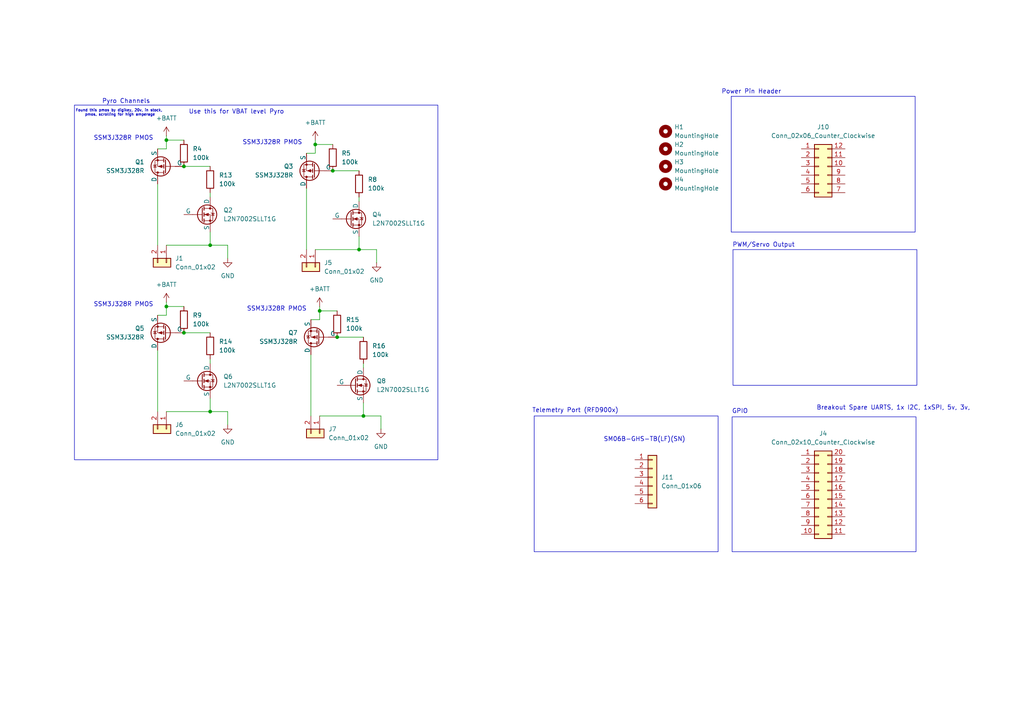
<source format=kicad_sch>
(kicad_sch (version 20231120) (generator "eeschema") (generator_version "8.0")
  (paper "A4")
  (lib_symbols
    (symbol "Connector_Generic:Conn_01x02" (pin_names (offset 1.016) hide)
      (property "Reference" "J" (at 0 2.54 0))
      (property "Value" "Conn_01x02" (at 0 -5.08 0))
      (symbol "Conn_01x02_1_1"
        (rectangle (start -1.27 -2.413) (end 0 -2.667) (stroke (width 0.1524)))
        (rectangle (start -1.27 0.127) (end 0 -0.127) (stroke (width 0.1524)))
        (rectangle (start -1.27 1.27) (end 1.27 -3.81) (stroke (width 0.254)) (fill (type background)))
        (pin passive line (at -5.08 0 0) (length 3.81) (name "Pin_1") (number "1"))
        (pin passive line (at -5.08 -2.54 0) (length 3.81) (name "Pin_2") (number "2"))
      )
    )
    (symbol "Connector_Generic:Conn_01x06" (pin_names (offset 1.016) hide)
      (property "Reference" "J" (at 0 7.62 0))
      (property "Value" "Conn_01x06" (at 0 -10.16 0))
      (symbol "Conn_01x06_1_1"
        (rectangle (start -1.27 -7.493) (end 0 -7.747) (stroke (width 0.1524)))
        (rectangle (start -1.27 -4.953) (end 0 -5.207) (stroke (width 0.1524)))
        (rectangle (start -1.27 -2.413) (end 0 -2.667) (stroke (width 0.1524)))
        (rectangle (start -1.27 0.127) (end 0 -0.127) (stroke (width 0.1524)))
        (rectangle (start -1.27 2.667) (end 0 2.413) (stroke (width 0.1524)))
        (rectangle (start -1.27 5.207) (end 0 4.953) (stroke (width 0.1524)))
        (rectangle (start -1.27 6.35) (end 1.27 -8.89) (stroke (width 0.254)) (fill (type background)))
        (pin passive line (at -5.08 5.08 0) (length 3.81) (name "Pin_1") (number "1"))
        (pin passive line (at -5.08 2.54 0) (length 3.81) (name "Pin_2") (number "2"))
        (pin passive line (at -5.08 0 0) (length 3.81) (name "Pin_3") (number "3"))
        (pin passive line (at -5.08 -2.54 0) (length 3.81) (name "Pin_4") (number "4"))
        (pin passive line (at -5.08 -5.08 0) (length 3.81) (name "Pin_5") (number "5"))
        (pin passive line (at -5.08 -7.62 0) (length 3.81) (name "Pin_6") (number "6"))
      )
    )
    (symbol "Connector_Generic:Conn_02x06_Counter_Clockwise" (pin_names (offset 1.016) hide)
      (property "Reference" "J" (at 1.27 7.62 0))
      (property "Value" "Conn_02x06_Counter_Clockwise" (at 1.27 -10.16 0))
      (symbol "Conn_02x06_Counter_Clockwise_1_1"
        (rectangle (start -1.27 -7.493) (end 0 -7.747) (stroke (width 0.1524)))
        (rectangle (start -1.27 -4.953) (end 0 -5.207) (stroke (width 0.1524)))
        (rectangle (start -1.27 -2.413) (end 0 -2.667) (stroke (width 0.1524)))
        (rectangle (start -1.27 0.127) (end 0 -0.127) (stroke (width 0.1524)))
        (rectangle (start -1.27 2.667) (end 0 2.413) (stroke (width 0.1524)))
        (rectangle (start -1.27 5.207) (end 0 4.953) (stroke (width 0.1524)))
        (rectangle (start -1.27 6.35) (end 3.81 -8.89) (stroke (width 0.254)) (fill (type background)))
        (rectangle (start 3.81 -7.493) (end 2.54 -7.747) (stroke (width 0.1524)))
        (rectangle (start 3.81 -4.953) (end 2.54 -5.207) (stroke (width 0.1524)))
        (rectangle (start 3.81 -2.413) (end 2.54 -2.667) (stroke (width 0.1524)))
        (rectangle (start 3.81 0.127) (end 2.54 -0.127) (stroke (width 0.1524)))
        (rectangle (start 3.81 2.667) (end 2.54 2.413) (stroke (width 0.1524)))
        (rectangle (start 3.81 5.207) (end 2.54 4.953) (stroke (width 0.1524)))
        (pin passive line (at -5.08 5.08 0) (length 3.81) (name "Pin_1") (number "1"))
        (pin passive line (at 7.62 0 180) (length 3.81) (name "Pin_10") (number "10"))
        (pin passive line (at 7.62 2.54 180) (length 3.81) (name "Pin_11") (number "11"))
        (pin passive line (at 7.62 5.08 180) (length 3.81) (name "Pin_12") (number "12"))
        (pin passive line (at -5.08 2.54 0) (length 3.81) (name "Pin_2") (number "2"))
        (pin passive line (at -5.08 0 0) (length 3.81) (name "Pin_3") (number "3"))
        (pin passive line (at -5.08 -2.54 0) (length 3.81) (name "Pin_4") (number "4"))
        (pin passive line (at -5.08 -5.08 0) (length 3.81) (name "Pin_5") (number "5"))
        (pin passive line (at -5.08 -7.62 0) (length 3.81) (name "Pin_6") (number "6"))
        (pin passive line (at 7.62 -7.62 180) (length 3.81) (name "Pin_7") (number "7"))
        (pin passive line (at 7.62 -5.08 180) (length 3.81) (name "Pin_8") (number "8"))
        (pin passive line (at 7.62 -2.54 180) (length 3.81) (name "Pin_9") (number "9"))
      )
    )
    (symbol "Connector_Generic:Conn_02x10_Counter_Clockwise" (pin_names (offset 1.016) hide)
      (property "Reference" "J" (at 1.27 12.7 0))
      (property "Value" "Conn_02x10_Counter_Clockwise" (at 1.27 -15.24 0))
      (symbol "Conn_02x10_Counter_Clockwise_1_1"
        (rectangle (start -1.27 -12.573) (end 0 -12.827) (stroke (width 0.1524)))
        (rectangle (start -1.27 -10.033) (end 0 -10.287) (stroke (width 0.1524)))
        (rectangle (start -1.27 -7.493) (end 0 -7.747) (stroke (width 0.1524)))
        (rectangle (start -1.27 -4.953) (end 0 -5.207) (stroke (width 0.1524)))
        (rectangle (start -1.27 -2.413) (end 0 -2.667) (stroke (width 0.1524)))
        (rectangle (start -1.27 0.127) (end 0 -0.127) (stroke (width 0.1524)))
        (rectangle (start -1.27 2.667) (end 0 2.413) (stroke (width 0.1524)))
        (rectangle (start -1.27 5.207) (end 0 4.953) (stroke (width 0.1524)))
        (rectangle (start -1.27 7.747) (end 0 7.493) (stroke (width 0.1524)))
        (rectangle (start -1.27 10.287) (end 0 10.033) (stroke (width 0.1524)))
        (rectangle (start -1.27 11.43) (end 3.81 -13.97) (stroke (width 0.254)) (fill (type background)))
        (rectangle (start 3.81 -12.573) (end 2.54 -12.827) (stroke (width 0.1524)))
        (rectangle (start 3.81 -10.033) (end 2.54 -10.287) (stroke (width 0.1524)))
        (rectangle (start 3.81 -7.493) (end 2.54 -7.747) (stroke (width 0.1524)))
        (rectangle (start 3.81 -4.953) (end 2.54 -5.207) (stroke (width 0.1524)))
        (rectangle (start 3.81 -2.413) (end 2.54 -2.667) (stroke (width 0.1524)))
        (rectangle (start 3.81 0.127) (end 2.54 -0.127) (stroke (width 0.1524)))
        (rectangle (start 3.81 2.667) (end 2.54 2.413) (stroke (width 0.1524)))
        (rectangle (start 3.81 5.207) (end 2.54 4.953) (stroke (width 0.1524)))
        (rectangle (start 3.81 7.747) (end 2.54 7.493) (stroke (width 0.1524)))
        (rectangle (start 3.81 10.287) (end 2.54 10.033) (stroke (width 0.1524)))
        (pin passive line (at -5.08 10.16 0) (length 3.81) (name "Pin_1") (number "1"))
        (pin passive line (at -5.08 -12.7 0) (length 3.81) (name "Pin_10") (number "10"))
        (pin passive line (at 7.62 -12.7 180) (length 3.81) (name "Pin_11") (number "11"))
        (pin passive line (at 7.62 -10.16 180) (length 3.81) (name "Pin_12") (number "12"))
        (pin passive line (at 7.62 -7.62 180) (length 3.81) (name "Pin_13") (number "13"))
        (pin passive line (at 7.62 -5.08 180) (length 3.81) (name "Pin_14") (number "14"))
        (pin passive line (at 7.62 -2.54 180) (length 3.81) (name "Pin_15") (number "15"))
        (pin passive line (at 7.62 0 180) (length 3.81) (name "Pin_16") (number "16"))
        (pin passive line (at 7.62 2.54 180) (length 3.81) (name "Pin_17") (number "17"))
        (pin passive line (at 7.62 5.08 180) (length 3.81) (name "Pin_18") (number "18"))
        (pin passive line (at 7.62 7.62 180) (length 3.81) (name "Pin_19") (number "19"))
        (pin passive line (at -5.08 7.62 0) (length 3.81) (name "Pin_2") (number "2"))
        (pin passive line (at 7.62 10.16 180) (length 3.81) (name "Pin_20") (number "20"))
        (pin passive line (at -5.08 5.08 0) (length 3.81) (name "Pin_3") (number "3"))
        (pin passive line (at -5.08 2.54 0) (length 3.81) (name "Pin_4") (number "4"))
        (pin passive line (at -5.08 0 0) (length 3.81) (name "Pin_5") (number "5"))
        (pin passive line (at -5.08 -2.54 0) (length 3.81) (name "Pin_6") (number "6"))
        (pin passive line (at -5.08 -5.08 0) (length 3.81) (name "Pin_7") (number "7"))
        (pin passive line (at -5.08 -7.62 0) (length 3.81) (name "Pin_8") (number "8"))
        (pin passive line (at -5.08 -10.16 0) (length 3.81) (name "Pin_9") (number "9"))
      )
    )
    (symbol "Device:R" (pin_numbers hide) (pin_names (offset 0))
      (property "Reference" "R" (at 2.032 0 90))
      (property "Value" "R" (at 0 0 90))
      (symbol "R_0_1"
        (rectangle (start -1.016 -2.54) (end 1.016 2.54) (stroke (width 0.254)))
      )
      (symbol "R_1_1"
        (pin passive line (at 0 3.81 270) (length 1.27) (name "~") (number "1"))
        (pin passive line (at 0 -3.81 90) (length 1.27) (name "~") (number "2"))
      )
    )
    (symbol "Mechanical:MountingHole" (pin_names (offset 1.016)) (exclude_from_sim yes) (in_bom no)
      (property "Reference" "H" (at 0 5.08 0))
      (property "Value" "MountingHole" (at 0 3.175 0))
      (symbol "MountingHole_0_1"
        (circle (center 0 0) (radius 1.27) (stroke (width 1.27)))
      )
    )
    (symbol "Simulation_SPICE:NMOS" (pin_numbers hide) (pin_names (offset 0))
      (property "Reference" "Q" (at 5.08 1.27 0))
      (property "Value" "NMOS" (at 5.08 -1.27 0))
      (symbol "NMOS_0_1"
        (polyline (pts (xy 0.254 0) (xy -2.54 0)))
        (polyline (pts (xy 0.254 1.905) (xy 0.254 -1.905)) (stroke (width 0.254)))
        (polyline (pts (xy 0.762 -1.27) (xy 0.762 -2.286)) (stroke (width 0.254)))
        (polyline (pts (xy 0.762 0.508) (xy 0.762 -0.508)) (stroke (width 0.254)))
        (polyline (pts (xy 0.762 2.286) (xy 0.762 1.27)) (stroke (width 0.254)))
        (polyline (pts (xy 2.54 2.54) (xy 2.54 1.778)))
        (polyline (pts (xy 2.54 -2.54) (xy 2.54 0) (xy 0.762 0)))
        (polyline (pts (xy 0.762 -1.778) (xy 3.302 -1.778) (xy 3.302 1.778) (xy 0.762 1.778)))
        (polyline (pts (xy 1.016 0) (xy 2.032 0.381) (xy 2.032 -0.381) (xy 1.016 0)) (fill (type outline)))
        (polyline (pts (xy 2.794 0.508) (xy 2.921 0.381) (xy 3.683 0.381) (xy 3.81 0.254)))
        (polyline (pts (xy 3.302 0.381) (xy 2.921 -0.254) (xy 3.683 -0.254) (xy 3.302 0.381)))
        (circle (center 1.651 0) (radius 2.794) (stroke (width 0.254)))
        (circle (center 2.54 -1.778) (radius 0.254) (fill (type outline)))
        (circle (center 2.54 1.778) (radius 0.254) (fill (type outline)))
      )
      (symbol "NMOS_1_1"
        (pin passive line (at 2.54 5.08 270) (length 2.54) (name "D") (number "1"))
        (pin input line (at -5.08 0 0) (length 2.54) (name "G") (number "2"))
        (pin passive line (at 2.54 -5.08 90) (length 2.54) (name "S") (number "3"))
      )
    )
    (symbol "Simulation_SPICE:PMOS" (pin_numbers hide) (pin_names (offset 0))
      (property "Reference" "Q" (at 5.08 1.27 0))
      (property "Value" "PMOS" (at 5.08 -1.27 0))
      (symbol "PMOS_0_1"
        (polyline (pts (xy 0.254 0) (xy -2.54 0)))
        (polyline (pts (xy 0.254 1.905) (xy 0.254 -1.905)) (stroke (width 0.254)))
        (polyline (pts (xy 0.762 -1.27) (xy 0.762 -2.286)) (stroke (width 0.254)))
        (polyline (pts (xy 0.762 0.508) (xy 0.762 -0.508)) (stroke (width 0.254)))
        (polyline (pts (xy 0.762 2.286) (xy 0.762 1.27)) (stroke (width 0.254)))
        (polyline (pts (xy 2.54 2.54) (xy 2.54 1.778)))
        (polyline (pts (xy 2.54 -2.54) (xy 2.54 0) (xy 0.762 0)))
        (polyline (pts (xy 0.762 1.778) (xy 3.302 1.778) (xy 3.302 -1.778) (xy 0.762 -1.778)))
        (polyline (pts (xy 2.286 0) (xy 1.27 0.381) (xy 1.27 -0.381) (xy 2.286 0)) (fill (type outline)))
        (polyline (pts (xy 2.794 -0.508) (xy 2.921 -0.381) (xy 3.683 -0.381) (xy 3.81 -0.254)))
        (polyline (pts (xy 3.302 -0.381) (xy 2.921 0.254) (xy 3.683 0.254) (xy 3.302 -0.381)))
        (circle (center 1.651 0) (radius 2.794) (stroke (width 0.254)))
        (circle (center 2.54 -1.778) (radius 0.254) (fill (type outline)))
        (circle (center 2.54 1.778) (radius 0.254) (fill (type outline)))
      )
      (symbol "PMOS_1_1"
        (pin passive line (at 2.54 5.08 270) (length 2.54) (name "D") (number "1"))
        (pin input line (at -5.08 0 0) (length 2.54) (name "G") (number "2"))
        (pin passive line (at 2.54 -5.08 90) (length 2.54) (name "S") (number "3"))
      )
    )
    (symbol "power:+BATT" (power) (pin_numbers hide) (pin_names (offset 0) hide)
      (property "Value" "+BATT" (at 0 3.556 0))
      (symbol "+BATT_0_1"
        (polyline (pts (xy -0.762 1.27) (xy 0 2.54)))
        (polyline (pts (xy 0 0) (xy 0 2.54)))
        (polyline (pts (xy 0 2.54) (xy 0.762 1.27)))
      )
      (symbol "+BATT_1_1"
        (pin power_in line (at 0 0 90) (length 0) (name "~") (number "1"))
      )
    )
    (symbol "power:GND" (power) (pin_numbers hide) (pin_names (offset 0) hide)
      (property "Value" "GND" (at 0 -3.81 0))
      (symbol "GND_0_1"
        (polyline (pts (xy 0 0) (xy 0 -1.27) (xy 1.27 -1.27) (xy 0 -2.54) (xy -1.27 -1.27) (xy 0 -1.27)))
      )
      (symbol "GND_1_1"
        (pin power_in line (at 0 0 270) (length 0) (name "~") (number "1"))
      )
    )
  )
  (junction (at 60.96 71.12))
  (junction (at 105.41 120.65))
  (junction (at 53.34 96.52))
  (junction (at 60.96 119.38))
  (junction (at 104.14 72.39))
  (junction (at 53.34 48.26))
  (junction (at 96.52 49.53))
  (junction (at 97.79 97.79))
  (junction (at 91.44 41.91))
  (junction (at 48.26 40.64))
  (junction (at 48.26 88.9))
  (junction (at 92.71 90.17))
  (wire (pts (xy 48.26 88.9) (xy 48.26 87.63)))
  (wire (pts (xy 92.71 90.17) (xy 92.71 88.9)))
  (wire (pts (xy 90.17 92.71) (xy 92.71 92.71)))
  (wire (pts (xy 109.22 76.2) (xy 109.22 72.39)))
  (wire (pts (xy 48.26 91.44) (xy 48.26 88.9)))
  (wire (pts (xy 60.96 48.26) (xy 53.34 48.26)))
  (wire (pts (xy 66.04 123.19) (xy 66.04 119.38)))
  (wire (pts (xy 88.9 54.61) (xy 88.9 72.39)))
  (wire (pts (xy 92.71 92.71) (xy 92.71 90.17)))
  (wire (pts (xy 66.04 74.93) (xy 66.04 71.12)))
  (wire (pts (xy 60.96 115.57) (xy 60.96 119.38)))
  (wire (pts (xy 45.72 101.6) (xy 45.72 119.38)))
  (wire (pts (xy 60.96 104.14) (xy 60.96 105.41)))
  (wire (pts (xy 48.26 40.64) (xy 48.26 39.37)))
  (wire (pts (xy 92.71 90.17) (xy 97.79 90.17)))
  (wire (pts (xy 88.9 44.45) (xy 91.44 44.45)))
  (wire (pts (xy 105.41 105.41) (xy 105.41 106.68)))
  (wire (pts (xy 48.26 43.18) (xy 48.26 40.64)))
  (wire (pts (xy 91.44 41.91) (xy 96.52 41.91)))
  (wire (pts (xy 110.49 120.65) (xy 105.41 120.65)))
  (wire (pts (xy 91.44 44.45) (xy 91.44 41.91)))
  (wire (pts (xy 66.04 71.12) (xy 60.96 71.12)))
  (wire (pts (xy 105.41 120.65) (xy 92.71 120.65)))
  (wire (pts (xy 45.72 91.44) (xy 48.26 91.44)))
  (wire (pts (xy 60.96 55.88) (xy 60.96 57.15)))
  (wire (pts (xy 104.14 49.53) (xy 96.52 49.53)))
  (wire (pts (xy 66.04 119.38) (xy 60.96 119.38)))
  (wire (pts (xy 48.26 40.64) (xy 53.34 40.64)))
  (wire (pts (xy 45.72 53.34) (xy 45.72 71.12)))
  (wire (pts (xy 60.96 67.31) (xy 60.96 71.12)))
  (wire (pts (xy 60.96 119.38) (xy 48.26 119.38)))
  (wire (pts (xy 91.44 41.91) (xy 91.44 40.64)))
  (wire (pts (xy 60.96 71.12) (xy 48.26 71.12)))
  (wire (pts (xy 104.14 57.15) (xy 104.14 58.42)))
  (wire (pts (xy 105.41 116.84) (xy 105.41 120.65)))
  (wire (pts (xy 109.22 72.39) (xy 104.14 72.39)))
  (wire (pts (xy 104.14 72.39) (xy 91.44 72.39)))
  (wire (pts (xy 104.14 68.58) (xy 104.14 72.39)))
  (wire (pts (xy 48.26 88.9) (xy 53.34 88.9)))
  (wire (pts (xy 110.49 124.46) (xy 110.49 120.65)))
  (wire (pts (xy 45.72 43.18) (xy 48.26 43.18)))
  (wire (pts (xy 90.17 102.87) (xy 90.17 120.65)))
  (wire (pts (xy 105.41 97.79) (xy 97.79 97.79)))
  (wire (pts (xy 60.96 96.52) (xy 53.34 96.52)))
  (rectangle (start 154.94 120.65) (end 208.28 160.02))
  (rectangle (start 212.09 27.94) (end 265.43 67.31))
  (rectangle (start 21.59 30.48) (end 127 133.35))
  (rectangle (start 212.344 120.904) (end 265.684 160.02))
  (rectangle (start 212.598 72.39) (end 265.938 111.76))
  (text "SSM3J328R PMOS\n" (at 80.264 89.662 0) (effects (font (size 1.27 1.27))))
  (text "Telemetry Port (RFD900x)" (at 166.878 119.126 0) (effects (font (size 1.27 1.27))))
  (text "SSM3J328R PMOS\n" (at 78.994 41.402 0) (effects (font (size 1.27 1.27))))
  (text "Pyro Channels" (at 36.576 29.464 0) (effects (font (size 1.27 1.27))))
  (text "Found this pmos by digikey, 20v, in stock, \npmos, scrolling for high amperage" (at 34.798 32.766 0) (effects (font (size 0.762 0.762))))
  (text "Use this for VBAT level Pyro" (at 68.58 32.512 0) (effects (font (size 1.27 1.27))))
  (text "Breakout Spare UARTS, 1x I2C, 1xSPI, 5v, 3v, " (at 259.588 118.364 0) (effects (font (size 1.27 1.27))))
  (text "GPIO" (at 214.63 119.38 0) (effects (font (size 1.27 1.27))))
  (text "SM06B-GHS-TB(LF)(SN)" (at 186.944 127.508 0) (effects (font (size 1.27 1.27))))
  (text "SSM3J328R PMOS\n" (at 35.814 88.392 0) (effects (font (size 1.27 1.27))))
  (text "SSM3J328R PMOS\n" (at 35.814 40.132 0) (effects (font (size 1.27 1.27))))
  (text "PWM/Servo Output" (at 221.488 71.12 0) (effects (font (size 1.27 1.27))))
  (text "Power Pin Header" (at 217.932 26.67 0) (effects (font (size 1.27 1.27))))
  (symbol (lib_id "power:GND") (at 66.04 74.93 0) (unit 1)
    (property "Reference" "#PWR018" (effects (hide yes)))
    (property "Value" "GND" (at 66.04 80.01 0))
    (property "Description" "Power symbol creates a global label with name \"GND\" , ground" (effects (hide yes)))
  )
  (symbol (lib_id "Simulation_SPICE:PMOS") (at 48.26 96.52 180) (unit 1)
    (property "Reference" "Q5" (at 41.91 95.2499 0) (effects (justify left)))
    (property "Value" "SSM3J328R" (at 41.91 97.7899 0) (effects (justify left)))
    (property "Footprint" "SSM3J328R:SOT95P240X88-3N" (effects (hide yes)))
    (property "Datasheet" "https://ngspice.sourceforge.io/docs/ngspice-html-manual/manual.xhtml#cha_MOSFETs" (effects (hide yes)))
    (property "Description" "P-MOSFET transistor, drain/source/gate" (effects (hide yes)))
    (property "Sim.Device" "PMOS" (effects (hide yes)))
    (property "Sim.Type" "VDMOS" (effects (hide yes)))
    (property "Sim.Pins" "1=D 2=G 3=S" (effects (hide yes)))
  )
  (symbol (lib_id "Connector_Generic:Conn_01x06") (at 189.23 138.43 0) (unit 1)
    (property "Reference" "J11" (at 191.77 138.4299 0) (effects (justify left)))
    (property "Value" "Conn_01x06" (at 191.77 140.9699 0) (effects (justify left)))
    (property "Footprint" "SM06B-GHS-TB:JST_SM06B-GHS-TB_LF__SN_" (effects (hide yes)))
    (property "Description" "Generic connector, single row, 01x06, script generated (kicad-library-utils/schlib/autogen/connector/)" (effects (hide yes)))
  )
  (symbol (lib_id "Simulation_SPICE:NMOS") (at 101.6 63.5 0) (unit 1)
    (property "Reference" "Q4" (at 107.95 62.2299 0) (effects (justify left)))
    (property "Value" "L2N7002SLLT1G" (at 107.95 64.7699 0) (effects (justify left)))
    (property "Footprint" "Package_TO_SOT_SMD:SOT-23" (effects (hide yes)))
    (property "Datasheet" "https://ngspice.sourceforge.io/docs/ngspice-html-manual/manual.xhtml#cha_MOSFETs" (effects (hide yes)))
    (property "Description" "N-MOSFET transistor, drain/source/gate" (effects (hide yes)))
    (property "Sim.Device" "NMOS" (effects (hide yes)))
    (property "Sim.Type" "VDMOS" (effects (hide yes)))
    (property "Sim.Pins" "1=D 2=G 3=S" (effects (hide yes)))
  )
  (symbol (lib_id "Mechanical:MountingHole") (at 193.04 53.34 0) (unit 1) (exclude_from_sim yes) (in_bom no)
    (property "Reference" "H4" (at 195.58 52.0699 0) (effects (justify left)))
    (property "Value" "MountingHole" (at 195.58 54.6099 0) (effects (justify left)))
    (property "Footprint" "MountingHole:MountingHole_2.2mm_M2_DIN965_Pad" (effects (hide yes)))
    (property "Description" "Mounting Hole without connection" (effects (hide yes)))
  )
  (symbol (lib_id "Mechanical:MountingHole") (at 193.04 48.26 0) (unit 1) (exclude_from_sim yes) (in_bom no)
    (property "Reference" "H3" (at 195.58 46.9899 0) (effects (justify left)))
    (property "Value" "MountingHole" (at 195.58 49.5299 0) (effects (justify left)))
    (property "Footprint" "MountingHole:MountingHole_2.2mm_M2_DIN965_Pad" (effects (hide yes)))
    (property "Description" "Mounting Hole without connection" (effects (hide yes)))
  )
  (symbol (lib_id "Device:R") (at 104.14 53.34 0) (unit 1)
    (property "Reference" "R8" (at 106.68 52.0699 0) (effects (justify left)))
    (property "Value" "100k" (at 106.68 54.6099 0) (effects (justify left)))
    (property "Footprint" "Resistor_SMD:R_0603_1608Metric" (effects (hide yes)))
    (property "Description" "Resistor" (effects (hide yes)))
  )
  (symbol (lib_id "power:+BATT") (at 48.26 87.63 0) (unit 1)
    (property "Reference" "#PWR038" (effects (hide yes)))
    (property "Value" "+BATT" (at 48.26 82.55 0))
    (property "Description" "Power symbol creates a global label with name \"+BATT\"" (effects (hide yes)))
  )
  (symbol (lib_id "Simulation_SPICE:PMOS") (at 48.26 48.26 180) (unit 1)
    (property "Reference" "Q1" (at 41.91 46.9899 0) (effects (justify left)))
    (property "Value" "SSM3J328R" (at 41.91 49.5299 0) (effects (justify left)))
    (property "Footprint" "SSM3J328R:SOT95P240X88-3N" (effects (hide yes)))
    (property "Datasheet" "https://ngspice.sourceforge.io/docs/ngspice-html-manual/manual.xhtml#cha_MOSFETs" (effects (hide yes)))
    (property "Description" "P-MOSFET transistor, drain/source/gate" (effects (hide yes)))
    (property "Sim.Device" "PMOS" (effects (hide yes)))
    (property "Sim.Type" "VDMOS" (effects (hide yes)))
    (property "Sim.Pins" "1=D 2=G 3=S" (effects (hide yes)))
  )
  (symbol (lib_id "power:GND") (at 66.04 123.19 0) (unit 1)
    (property "Reference" "#PWR039" (effects (hide yes)))
    (property "Value" "GND" (at 66.04 128.27 0))
    (property "Description" "Power symbol creates a global label with name \"GND\" , ground" (effects (hide yes)))
  )
  (symbol (lib_id "Connector_Generic:Conn_01x02") (at 48.26 124.46 270) (unit 1)
    (property "Reference" "J6" (at 50.8 123.1899 90) (effects (justify left)))
    (property "Value" "Conn_01x02" (at 50.8 125.7299 90) (effects (justify left)))
    (property "Description" "Generic connector, single row, 01x02, script generated (kicad-library-utils/schlib/autogen/connector/)" (effects (hide yes)))
  )
  (symbol (lib_id "Connector_Generic:Conn_01x02") (at 92.71 125.73 270) (unit 1)
    (property "Reference" "J7" (at 95.25 124.4599 90) (effects (justify left)))
    (property "Value" "Conn_01x02" (at 95.25 126.9999 90) (effects (justify left)))
    (property "Description" "Generic connector, single row, 01x02, script generated (kicad-library-utils/schlib/autogen/connector/)" (effects (hide yes)))
  )
  (symbol (lib_id "Simulation_SPICE:PMOS") (at 91.44 49.53 180) (unit 1)
    (property "Reference" "Q3" (at 85.09 48.2599 0) (effects (justify left)))
    (property "Value" "SSM3J328R" (at 85.09 50.7999 0) (effects (justify left)))
    (property "Footprint" "SSM3J328R:SOT95P240X88-3N" (effects (hide yes)))
    (property "Datasheet" "https://ngspice.sourceforge.io/docs/ngspice-html-manual/manual.xhtml#cha_MOSFETs" (effects (hide yes)))
    (property "Description" "P-MOSFET transistor, drain/source/gate" (effects (hide yes)))
    (property "Sim.Device" "PMOS" (effects (hide yes)))
    (property "Sim.Type" "VDMOS" (effects (hide yes)))
    (property "Sim.Pins" "1=D 2=G 3=S" (effects (hide yes)))
  )
  (symbol (lib_id "Connector_Generic:Conn_01x02") (at 91.44 77.47 270) (unit 1)
    (property "Reference" "J5" (at 93.98 76.1999 90) (effects (justify left)))
    (property "Value" "Conn_01x02" (at 93.98 78.7399 90) (effects (justify left)))
    (property "Description" "Generic connector, single row, 01x02, script generated (kicad-library-utils/schlib/autogen/connector/)" (effects (hide yes)))
  )
  (symbol (lib_id "Device:R") (at 60.96 100.33 0) (unit 1)
    (property "Reference" "R14" (at 63.5 99.0599 0) (effects (justify left)))
    (property "Value" "100k" (at 63.5 101.5999 0) (effects (justify left)))
    (property "Footprint" "Resistor_SMD:R_0603_1608Metric" (effects (hide yes)))
    (property "Description" "Resistor" (effects (hide yes)))
  )
  (symbol (lib_id "Simulation_SPICE:NMOS") (at 58.42 110.49 0) (unit 1)
    (property "Reference" "Q6" (at 64.77 109.2199 0) (effects (justify left)))
    (property "Value" "L2N7002SLLT1G" (at 64.77 111.7599 0) (effects (justify left)))
    (property "Footprint" "Package_TO_SOT_SMD:SOT-23" (effects (hide yes)))
    (property "Datasheet" "https://ngspice.sourceforge.io/docs/ngspice-html-manual/manual.xhtml#cha_MOSFETs" (effects (hide yes)))
    (property "Description" "N-MOSFET transistor, drain/source/gate" (effects (hide yes)))
    (property "Sim.Device" "NMOS" (effects (hide yes)))
    (property "Sim.Type" "VDMOS" (effects (hide yes)))
    (property "Sim.Pins" "1=D 2=G 3=S" (effects (hide yes)))
  )
  (symbol (lib_id "Connector_Generic:Conn_01x02") (at 48.26 76.2 270) (unit 1)
    (property "Reference" "J1" (at 50.8 74.9299 90) (effects (justify left)))
    (property "Value" "Conn_01x02" (at 50.8 77.4699 90) (effects (justify left)))
    (property "Description" "Generic connector, single row, 01x02, script generated (kicad-library-utils/schlib/autogen/connector/)" (effects (hide yes)))
  )
  (symbol (lib_id "power:+BATT") (at 92.71 88.9 0) (unit 1)
    (property "Reference" "#PWR040" (effects (hide yes)))
    (property "Value" "+BATT" (at 92.71 83.82 0))
    (property "Description" "Power symbol creates a global label with name \"+BATT\"" (effects (hide yes)))
  )
  (symbol (lib_id "Device:R") (at 96.52 45.72 0) (unit 1)
    (property "Reference" "R5" (at 99.06 44.4499 0) (effects (justify left)))
    (property "Value" "100k" (at 99.06 46.9899 0) (effects (justify left)))
    (property "Footprint" "Resistor_SMD:R_0603_1608Metric" (effects (hide yes)))
    (property "Description" "Resistor" (effects (hide yes)))
  )
  (symbol (lib_id "Device:R") (at 60.96 52.07 0) (unit 1)
    (property "Reference" "R13" (at 63.5 50.7999 0) (effects (justify left)))
    (property "Value" "100k" (at 63.5 53.3399 0) (effects (justify left)))
    (property "Footprint" "Resistor_SMD:R_0603_1608Metric" (effects (hide yes)))
    (property "Description" "Resistor" (effects (hide yes)))
  )
  (symbol (lib_id "Mechanical:MountingHole") (at 193.04 43.18 0) (unit 1) (exclude_from_sim yes) (in_bom no)
    (property "Reference" "H2" (at 195.58 41.9099 0) (effects (justify left)))
    (property "Value" "MountingHole" (at 195.58 44.4499 0) (effects (justify left)))
    (property "Footprint" "MountingHole:MountingHole_2.2mm_M2_DIN965_Pad" (effects (hide yes)))
    (property "Description" "Mounting Hole without connection" (effects (hide yes)))
  )
  (symbol (lib_id "Simulation_SPICE:NMOS") (at 58.42 62.23 0) (unit 1)
    (property "Reference" "Q2" (at 64.77 60.9599 0) (effects (justify left)))
    (property "Value" "L2N7002SLLT1G" (at 64.77 63.4999 0) (effects (justify left)))
    (property "Footprint" "Package_TO_SOT_SMD:SOT-23" (effects (hide yes)))
    (property "Datasheet" "https://ngspice.sourceforge.io/docs/ngspice-html-manual/manual.xhtml#cha_MOSFETs" (effects (hide yes)))
    (property "Description" "N-MOSFET transistor, drain/source/gate" (effects (hide yes)))
    (property "Sim.Device" "NMOS" (effects (hide yes)))
    (property "Sim.Type" "VDMOS" (effects (hide yes)))
    (property "Sim.Pins" "1=D 2=G 3=S" (effects (hide yes)))
  )
  (symbol (lib_id "Device:R") (at 53.34 92.71 0) (unit 1)
    (property "Reference" "R9" (at 55.88 91.4399 0) (effects (justify left)))
    (property "Value" "100k" (at 55.88 93.9799 0) (effects (justify left)))
    (property "Footprint" "Resistor_SMD:R_0603_1608Metric" (effects (hide yes)))
    (property "Description" "Resistor" (effects (hide yes)))
  )
  (symbol (lib_id "Device:R") (at 105.41 101.6 0) (unit 1)
    (property "Reference" "R16" (at 107.95 100.3299 0) (effects (justify left)))
    (property "Value" "100k" (at 107.95 102.8699 0) (effects (justify left)))
    (property "Footprint" "Resistor_SMD:R_0603_1608Metric" (effects (hide yes)))
    (property "Description" "Resistor" (effects (hide yes)))
  )
  (symbol (lib_id "power:+BATT") (at 91.44 40.64 0) (unit 1)
    (property "Reference" "#PWR036" (effects (hide yes)))
    (property "Value" "+BATT" (at 91.44 35.56 0))
    (property "Description" "Power symbol creates a global label with name \"+BATT\"" (effects (hide yes)))
  )
  (symbol (lib_id "Connector_Generic:Conn_02x10_Counter_Clockwise") (at 237.49 142.24 0) (unit 1)
    (property "Reference" "J4" (at 238.76 125.73 0))
    (property "Value" "Conn_02x10_Counter_Clockwise" (at 238.76 128.27 0))
    (property "Footprint" "Connector_PinSocket_2.54mm:PinSocket_2x10_P2.54mm_Vertical" (effects (hide yes)))
    (property "Description" "Generic connector, double row, 02x10, counter clockwise pin numbering scheme (similar to DIP package numbering), script generated (kicad-library-utils/schlib/autogen/connector/)" (effects (hide yes)))
  )
  (symbol (lib_id "power:GND") (at 109.22 76.2 0) (unit 1)
    (property "Reference" "#PWR037" (effects (hide yes)))
    (property "Value" "GND" (at 109.22 81.28 0))
    (property "Description" "Power symbol creates a global label with name \"GND\" , ground" (effects (hide yes)))
  )
  (symbol (lib_id "Device:R") (at 97.79 93.98 0) (unit 1)
    (property "Reference" "R15" (at 100.33 92.7099 0) (effects (justify left)))
    (property "Value" "100k" (at 100.33 95.2499 0) (effects (justify left)))
    (property "Footprint" "Resistor_SMD:R_0603_1608Metric" (effects (hide yes)))
    (property "Description" "Resistor" (effects (hide yes)))
  )
  (symbol (lib_id "power:GND") (at 110.49 124.46 0) (unit 1)
    (property "Reference" "#PWR041" (effects (hide yes)))
    (property "Value" "GND" (at 110.49 129.54 0))
    (property "Description" "Power symbol creates a global label with name \"GND\" , ground" (effects (hide yes)))
  )
  (symbol (lib_id "power:+BATT") (at 48.26 39.37 0) (unit 1)
    (property "Reference" "#PWR019" (effects (hide yes)))
    (property "Value" "+BATT" (at 48.26 34.29 0))
    (property "Description" "Power symbol creates a global label with name \"+BATT\"" (effects (hide yes)))
  )
  (symbol (lib_id "Simulation_SPICE:PMOS") (at 92.71 97.79 180) (unit 1)
    (property "Reference" "Q7" (at 86.36 96.5199 0) (effects (justify left)))
    (property "Value" "SSM3J328R" (at 86.36 99.0599 0) (effects (justify left)))
    (property "Footprint" "SSM3J328R:SOT95P240X88-3N" (effects (hide yes)))
    (property "Datasheet" "https://ngspice.sourceforge.io/docs/ngspice-html-manual/manual.xhtml#cha_MOSFETs" (effects (hide yes)))
    (property "Description" "P-MOSFET transistor, drain/source/gate" (effects (hide yes)))
    (property "Sim.Device" "PMOS" (effects (hide yes)))
    (property "Sim.Type" "VDMOS" (effects (hide yes)))
    (property "Sim.Pins" "1=D 2=G 3=S" (effects (hide yes)))
  )
  (symbol (lib_id "Device:R") (at 53.34 44.45 0) (unit 1)
    (property "Reference" "R4" (at 55.88 43.1799 0) (effects (justify left)))
    (property "Value" "100k" (at 55.88 45.7199 0) (effects (justify left)))
    (property "Footprint" "Resistor_SMD:R_0603_1608Metric" (effects (hide yes)))
    (property "Description" "Resistor" (effects (hide yes)))
  )
  (symbol (lib_id "Mechanical:MountingHole") (at 193.04 38.1 0) (unit 1) (exclude_from_sim yes) (in_bom no)
    (property "Reference" "H1" (at 195.58 36.8299 0) (effects (justify left)))
    (property "Value" "MountingHole" (at 195.58 39.3699 0) (effects (justify left)))
    (property "Footprint" "MountingHole:MountingHole_2.2mm_M2_DIN965_Pad" (effects (hide yes)))
    (property "Description" "Mounting Hole without connection" (effects (hide yes)))
  )
  (symbol (lib_id "Simulation_SPICE:NMOS") (at 102.87 111.76 0) (unit 1)
    (property "Reference" "Q8" (at 109.22 110.4899 0) (effects (justify left)))
    (property "Value" "L2N7002SLLT1G" (at 109.22 113.0299 0) (effects (justify left)))
    (property "Footprint" "Package_TO_SOT_SMD:SOT-23" (effects (hide yes)))
    (property "Datasheet" "https://ngspice.sourceforge.io/docs/ngspice-html-manual/manual.xhtml#cha_MOSFETs" (effects (hide yes)))
    (property "Description" "N-MOSFET transistor, drain/source/gate" (effects (hide yes)))
    (property "Sim.Device" "NMOS" (effects (hide yes)))
    (property "Sim.Type" "VDMOS" (effects (hide yes)))
    (property "Sim.Pins" "1=D 2=G 3=S" (effects (hide yes)))
  )
  (symbol (lib_id "Connector_Generic:Conn_02x06_Counter_Clockwise") (at 237.49 48.26 0) (unit 1)
    (property "Reference" "J10" (at 238.76 36.83 0))
    (property "Value" "Conn_02x06_Counter_Clockwise" (at 238.76 39.37 0))
    (property "Footprint" "Connector_PinHeader_2.54mm:PinHeader_2x06_P2.54mm_Vertical_SMD" (effects (hide yes)))
    (property "Description" "Generic connector, double row, 02x06, counter clockwise pin numbering scheme (similar to DIP package numbering), script generated (kicad-library-utils/schlib/autogen/connector/)" (effects (hide yes)))
  )
)
</source>
